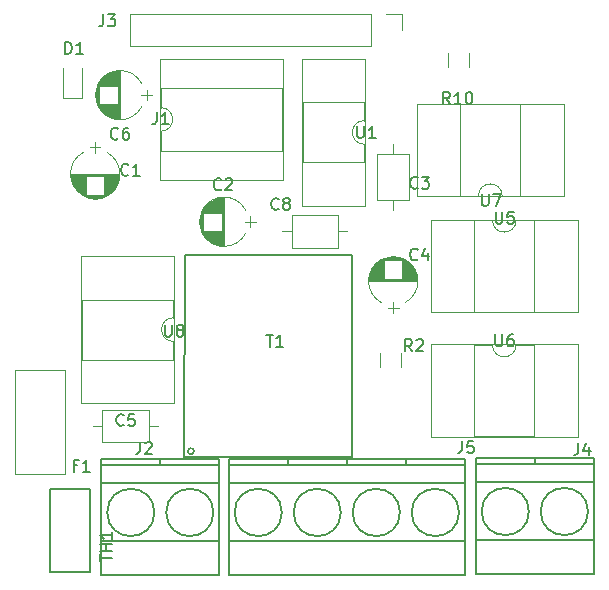
<source format=gto>
G04 #@! TF.GenerationSoftware,KiCad,Pcbnew,5.1.6-c6e7f7d~87~ubuntu18.04.1*
G04 #@! TF.CreationDate,2020-10-13T20:33:34+05:30*
G04 #@! TF.ProjectId,BackEnd_4S_v1,4261636b-456e-4645-9f34-535f76312e6b,rev?*
G04 #@! TF.SameCoordinates,Original*
G04 #@! TF.FileFunction,Legend,Top*
G04 #@! TF.FilePolarity,Positive*
%FSLAX46Y46*%
G04 Gerber Fmt 4.6, Leading zero omitted, Abs format (unit mm)*
G04 Created by KiCad (PCBNEW 5.1.6-c6e7f7d~87~ubuntu18.04.1) date 2020-10-13 20:33:34*
%MOMM*%
%LPD*%
G01*
G04 APERTURE LIST*
%ADD10C,0.120000*%
%ADD11C,0.150000*%
%ADD12C,0.200000*%
G04 APERTURE END LIST*
D10*
X174610000Y-54089000D02*
X173710000Y-54089000D01*
X174160000Y-53639000D02*
X174160000Y-54539000D01*
X174325000Y-58420000D02*
X173995000Y-58420000D01*
X174575000Y-58380000D02*
X173745000Y-58380000D01*
X174727000Y-58340000D02*
X173593000Y-58340000D01*
X174846000Y-58300000D02*
X173474000Y-58300000D01*
X174946000Y-58260000D02*
X173374000Y-58260000D01*
X175034000Y-58220000D02*
X173286000Y-58220000D01*
X175112000Y-58180000D02*
X173208000Y-58180000D01*
X175183000Y-58140000D02*
X173137000Y-58140000D01*
X173380000Y-58100000D02*
X173072000Y-58100000D01*
X175248000Y-58100000D02*
X174940000Y-58100000D01*
X173380000Y-58060000D02*
X173012000Y-58060000D01*
X175308000Y-58060000D02*
X174940000Y-58060000D01*
X173380000Y-58020000D02*
X172956000Y-58020000D01*
X175364000Y-58020000D02*
X174940000Y-58020000D01*
X173380000Y-57980000D02*
X172904000Y-57980000D01*
X175416000Y-57980000D02*
X174940000Y-57980000D01*
X173380000Y-57940000D02*
X172855000Y-57940000D01*
X175465000Y-57940000D02*
X174940000Y-57940000D01*
X173380000Y-57900000D02*
X172809000Y-57900000D01*
X175511000Y-57900000D02*
X174940000Y-57900000D01*
X173380000Y-57860000D02*
X172765000Y-57860000D01*
X175555000Y-57860000D02*
X174940000Y-57860000D01*
X173380000Y-57820000D02*
X172724000Y-57820000D01*
X175596000Y-57820000D02*
X174940000Y-57820000D01*
X173380000Y-57780000D02*
X172685000Y-57780000D01*
X175635000Y-57780000D02*
X174940000Y-57780000D01*
X173380000Y-57740000D02*
X172648000Y-57740000D01*
X175672000Y-57740000D02*
X174940000Y-57740000D01*
X173380000Y-57700000D02*
X172613000Y-57700000D01*
X175707000Y-57700000D02*
X174940000Y-57700000D01*
X173380000Y-57660000D02*
X172579000Y-57660000D01*
X175741000Y-57660000D02*
X174940000Y-57660000D01*
X173380000Y-57620000D02*
X172547000Y-57620000D01*
X175773000Y-57620000D02*
X174940000Y-57620000D01*
X173380000Y-57580000D02*
X172517000Y-57580000D01*
X175803000Y-57580000D02*
X174940000Y-57580000D01*
X173380000Y-57540000D02*
X172488000Y-57540000D01*
X175832000Y-57540000D02*
X174940000Y-57540000D01*
X173380000Y-57500000D02*
X172461000Y-57500000D01*
X175859000Y-57500000D02*
X174940000Y-57500000D01*
X173380000Y-57460000D02*
X172435000Y-57460000D01*
X175885000Y-57460000D02*
X174940000Y-57460000D01*
X173380000Y-57420000D02*
X172410000Y-57420000D01*
X175910000Y-57420000D02*
X174940000Y-57420000D01*
X173380000Y-57380000D02*
X172387000Y-57380000D01*
X175933000Y-57380000D02*
X174940000Y-57380000D01*
X173380000Y-57340000D02*
X172364000Y-57340000D01*
X175956000Y-57340000D02*
X174940000Y-57340000D01*
X173380000Y-57300000D02*
X172343000Y-57300000D01*
X175977000Y-57300000D02*
X174940000Y-57300000D01*
X173380000Y-57260000D02*
X172323000Y-57260000D01*
X175997000Y-57260000D02*
X174940000Y-57260000D01*
X173380000Y-57220000D02*
X172304000Y-57220000D01*
X176016000Y-57220000D02*
X174940000Y-57220000D01*
X173380000Y-57180000D02*
X172286000Y-57180000D01*
X176034000Y-57180000D02*
X174940000Y-57180000D01*
X173380000Y-57140000D02*
X172269000Y-57140000D01*
X176051000Y-57140000D02*
X174940000Y-57140000D01*
X173380000Y-57100000D02*
X172253000Y-57100000D01*
X176067000Y-57100000D02*
X174940000Y-57100000D01*
X173380000Y-57060000D02*
X172237000Y-57060000D01*
X176083000Y-57060000D02*
X174940000Y-57060000D01*
X173380000Y-57019000D02*
X172223000Y-57019000D01*
X176097000Y-57019000D02*
X174940000Y-57019000D01*
X173380000Y-56979000D02*
X172210000Y-56979000D01*
X176110000Y-56979000D02*
X174940000Y-56979000D01*
X173380000Y-56939000D02*
X172197000Y-56939000D01*
X176123000Y-56939000D02*
X174940000Y-56939000D01*
X173380000Y-56899000D02*
X172186000Y-56899000D01*
X176134000Y-56899000D02*
X174940000Y-56899000D01*
X173380000Y-56859000D02*
X172175000Y-56859000D01*
X176145000Y-56859000D02*
X174940000Y-56859000D01*
X173380000Y-56819000D02*
X172165000Y-56819000D01*
X176155000Y-56819000D02*
X174940000Y-56819000D01*
X173380000Y-56779000D02*
X172156000Y-56779000D01*
X176164000Y-56779000D02*
X174940000Y-56779000D01*
X173380000Y-56739000D02*
X172148000Y-56739000D01*
X176172000Y-56739000D02*
X174940000Y-56739000D01*
X173380000Y-56699000D02*
X172141000Y-56699000D01*
X176179000Y-56699000D02*
X174940000Y-56699000D01*
X173380000Y-56659000D02*
X172134000Y-56659000D01*
X176186000Y-56659000D02*
X174940000Y-56659000D01*
X173380000Y-56619000D02*
X172128000Y-56619000D01*
X176192000Y-56619000D02*
X174940000Y-56619000D01*
X173380000Y-56579000D02*
X172123000Y-56579000D01*
X176197000Y-56579000D02*
X174940000Y-56579000D01*
X176201000Y-56539000D02*
X172119000Y-56539000D01*
X176204000Y-56499000D02*
X172116000Y-56499000D01*
X176207000Y-56459000D02*
X172113000Y-56459000D01*
X176209000Y-56419000D02*
X172111000Y-56419000D01*
X176210000Y-56379000D02*
X172110000Y-56379000D01*
X176210000Y-56339000D02*
X172110000Y-56339000D01*
X175139170Y-58185436D02*
G75*
G03*
X175140000Y-54493004I-979170J1846436D01*
G01*
X173180830Y-58185436D02*
G75*
G02*
X173180000Y-54493004I979170J1846436D01*
G01*
X173180830Y-58185436D02*
G75*
G03*
X175140000Y-58184996I979170J1846436D01*
G01*
X197000000Y-59049200D02*
X197000000Y-46579200D01*
X191680000Y-59049200D02*
X197000000Y-59049200D01*
X191680000Y-46579200D02*
X191680000Y-59049200D01*
X197000000Y-46579200D02*
X191680000Y-46579200D01*
X196940000Y-55349200D02*
X196940000Y-53814200D01*
X191740000Y-55349200D02*
X196940000Y-55349200D01*
X191740000Y-50279200D02*
X191740000Y-55349200D01*
X196940000Y-50279200D02*
X191740000Y-50279200D01*
X196940000Y-51814200D02*
X196940000Y-50279200D01*
X196940000Y-53814200D02*
G75*
G02*
X196940000Y-51814200I0J1000000D01*
G01*
X178514000Y-50112100D02*
X178514000Y-49212100D01*
X178964000Y-49662100D02*
X178064000Y-49662100D01*
X174183000Y-49827100D02*
X174183000Y-49497100D01*
X174223000Y-50077100D02*
X174223000Y-49247100D01*
X174263000Y-50229100D02*
X174263000Y-49095100D01*
X174303000Y-50348100D02*
X174303000Y-48976100D01*
X174343000Y-50448100D02*
X174343000Y-48876100D01*
X174383000Y-50536100D02*
X174383000Y-48788100D01*
X174423000Y-50614100D02*
X174423000Y-48710100D01*
X174463000Y-50685100D02*
X174463000Y-48639100D01*
X174503000Y-48882100D02*
X174503000Y-48574100D01*
X174503000Y-50750100D02*
X174503000Y-50442100D01*
X174543000Y-48882100D02*
X174543000Y-48514100D01*
X174543000Y-50810100D02*
X174543000Y-50442100D01*
X174583000Y-48882100D02*
X174583000Y-48458100D01*
X174583000Y-50866100D02*
X174583000Y-50442100D01*
X174623000Y-48882100D02*
X174623000Y-48406100D01*
X174623000Y-50918100D02*
X174623000Y-50442100D01*
X174663000Y-48882100D02*
X174663000Y-48357100D01*
X174663000Y-50967100D02*
X174663000Y-50442100D01*
X174703000Y-48882100D02*
X174703000Y-48311100D01*
X174703000Y-51013100D02*
X174703000Y-50442100D01*
X174743000Y-48882100D02*
X174743000Y-48267100D01*
X174743000Y-51057100D02*
X174743000Y-50442100D01*
X174783000Y-48882100D02*
X174783000Y-48226100D01*
X174783000Y-51098100D02*
X174783000Y-50442100D01*
X174823000Y-48882100D02*
X174823000Y-48187100D01*
X174823000Y-51137100D02*
X174823000Y-50442100D01*
X174863000Y-48882100D02*
X174863000Y-48150100D01*
X174863000Y-51174100D02*
X174863000Y-50442100D01*
X174903000Y-48882100D02*
X174903000Y-48115100D01*
X174903000Y-51209100D02*
X174903000Y-50442100D01*
X174943000Y-48882100D02*
X174943000Y-48081100D01*
X174943000Y-51243100D02*
X174943000Y-50442100D01*
X174983000Y-48882100D02*
X174983000Y-48049100D01*
X174983000Y-51275100D02*
X174983000Y-50442100D01*
X175023000Y-48882100D02*
X175023000Y-48019100D01*
X175023000Y-51305100D02*
X175023000Y-50442100D01*
X175063000Y-48882100D02*
X175063000Y-47990100D01*
X175063000Y-51334100D02*
X175063000Y-50442100D01*
X175103000Y-48882100D02*
X175103000Y-47963100D01*
X175103000Y-51361100D02*
X175103000Y-50442100D01*
X175143000Y-48882100D02*
X175143000Y-47937100D01*
X175143000Y-51387100D02*
X175143000Y-50442100D01*
X175183000Y-48882100D02*
X175183000Y-47912100D01*
X175183000Y-51412100D02*
X175183000Y-50442100D01*
X175223000Y-48882100D02*
X175223000Y-47889100D01*
X175223000Y-51435100D02*
X175223000Y-50442100D01*
X175263000Y-48882100D02*
X175263000Y-47866100D01*
X175263000Y-51458100D02*
X175263000Y-50442100D01*
X175303000Y-48882100D02*
X175303000Y-47845100D01*
X175303000Y-51479100D02*
X175303000Y-50442100D01*
X175343000Y-48882100D02*
X175343000Y-47825100D01*
X175343000Y-51499100D02*
X175343000Y-50442100D01*
X175383000Y-48882100D02*
X175383000Y-47806100D01*
X175383000Y-51518100D02*
X175383000Y-50442100D01*
X175423000Y-48882100D02*
X175423000Y-47788100D01*
X175423000Y-51536100D02*
X175423000Y-50442100D01*
X175463000Y-48882100D02*
X175463000Y-47771100D01*
X175463000Y-51553100D02*
X175463000Y-50442100D01*
X175503000Y-48882100D02*
X175503000Y-47755100D01*
X175503000Y-51569100D02*
X175503000Y-50442100D01*
X175543000Y-48882100D02*
X175543000Y-47739100D01*
X175543000Y-51585100D02*
X175543000Y-50442100D01*
X175584000Y-48882100D02*
X175584000Y-47725100D01*
X175584000Y-51599100D02*
X175584000Y-50442100D01*
X175624000Y-48882100D02*
X175624000Y-47712100D01*
X175624000Y-51612100D02*
X175624000Y-50442100D01*
X175664000Y-48882100D02*
X175664000Y-47699100D01*
X175664000Y-51625100D02*
X175664000Y-50442100D01*
X175704000Y-48882100D02*
X175704000Y-47688100D01*
X175704000Y-51636100D02*
X175704000Y-50442100D01*
X175744000Y-48882100D02*
X175744000Y-47677100D01*
X175744000Y-51647100D02*
X175744000Y-50442100D01*
X175784000Y-48882100D02*
X175784000Y-47667100D01*
X175784000Y-51657100D02*
X175784000Y-50442100D01*
X175824000Y-48882100D02*
X175824000Y-47658100D01*
X175824000Y-51666100D02*
X175824000Y-50442100D01*
X175864000Y-48882100D02*
X175864000Y-47650100D01*
X175864000Y-51674100D02*
X175864000Y-50442100D01*
X175904000Y-48882100D02*
X175904000Y-47643100D01*
X175904000Y-51681100D02*
X175904000Y-50442100D01*
X175944000Y-48882100D02*
X175944000Y-47636100D01*
X175944000Y-51688100D02*
X175944000Y-50442100D01*
X175984000Y-48882100D02*
X175984000Y-47630100D01*
X175984000Y-51694100D02*
X175984000Y-50442100D01*
X176024000Y-48882100D02*
X176024000Y-47625100D01*
X176024000Y-51699100D02*
X176024000Y-50442100D01*
X176064000Y-51703100D02*
X176064000Y-47621100D01*
X176104000Y-51706100D02*
X176104000Y-47618100D01*
X176144000Y-51709100D02*
X176144000Y-47615100D01*
X176184000Y-51711100D02*
X176184000Y-47613100D01*
X176224000Y-51712100D02*
X176224000Y-47612100D01*
X176264000Y-51712100D02*
X176264000Y-47612100D01*
X174417564Y-50641270D02*
G75*
G03*
X178109996Y-50642100I1846436J979170D01*
G01*
X174417564Y-48682930D02*
G75*
G02*
X178109996Y-48682100I1846436J-979170D01*
G01*
X174417564Y-48682930D02*
G75*
G03*
X174418004Y-50642100I1846436J-979170D01*
G01*
X198950000Y-67650700D02*
X199850000Y-67650700D01*
X199400000Y-68100700D02*
X199400000Y-67200700D01*
X199235000Y-63319700D02*
X199565000Y-63319700D01*
X198985000Y-63359700D02*
X199815000Y-63359700D01*
X198833000Y-63399700D02*
X199967000Y-63399700D01*
X198714000Y-63439700D02*
X200086000Y-63439700D01*
X198614000Y-63479700D02*
X200186000Y-63479700D01*
X198526000Y-63519700D02*
X200274000Y-63519700D01*
X198448000Y-63559700D02*
X200352000Y-63559700D01*
X198377000Y-63599700D02*
X200423000Y-63599700D01*
X200180000Y-63639700D02*
X200488000Y-63639700D01*
X198312000Y-63639700D02*
X198620000Y-63639700D01*
X200180000Y-63679700D02*
X200548000Y-63679700D01*
X198252000Y-63679700D02*
X198620000Y-63679700D01*
X200180000Y-63719700D02*
X200604000Y-63719700D01*
X198196000Y-63719700D02*
X198620000Y-63719700D01*
X200180000Y-63759700D02*
X200656000Y-63759700D01*
X198144000Y-63759700D02*
X198620000Y-63759700D01*
X200180000Y-63799700D02*
X200705000Y-63799700D01*
X198095000Y-63799700D02*
X198620000Y-63799700D01*
X200180000Y-63839700D02*
X200751000Y-63839700D01*
X198049000Y-63839700D02*
X198620000Y-63839700D01*
X200180000Y-63879700D02*
X200795000Y-63879700D01*
X198005000Y-63879700D02*
X198620000Y-63879700D01*
X200180000Y-63919700D02*
X200836000Y-63919700D01*
X197964000Y-63919700D02*
X198620000Y-63919700D01*
X200180000Y-63959700D02*
X200875000Y-63959700D01*
X197925000Y-63959700D02*
X198620000Y-63959700D01*
X200180000Y-63999700D02*
X200912000Y-63999700D01*
X197888000Y-63999700D02*
X198620000Y-63999700D01*
X200180000Y-64039700D02*
X200947000Y-64039700D01*
X197853000Y-64039700D02*
X198620000Y-64039700D01*
X200180000Y-64079700D02*
X200981000Y-64079700D01*
X197819000Y-64079700D02*
X198620000Y-64079700D01*
X200180000Y-64119700D02*
X201013000Y-64119700D01*
X197787000Y-64119700D02*
X198620000Y-64119700D01*
X200180000Y-64159700D02*
X201043000Y-64159700D01*
X197757000Y-64159700D02*
X198620000Y-64159700D01*
X200180000Y-64199700D02*
X201072000Y-64199700D01*
X197728000Y-64199700D02*
X198620000Y-64199700D01*
X200180000Y-64239700D02*
X201099000Y-64239700D01*
X197701000Y-64239700D02*
X198620000Y-64239700D01*
X200180000Y-64279700D02*
X201125000Y-64279700D01*
X197675000Y-64279700D02*
X198620000Y-64279700D01*
X200180000Y-64319700D02*
X201150000Y-64319700D01*
X197650000Y-64319700D02*
X198620000Y-64319700D01*
X200180000Y-64359700D02*
X201173000Y-64359700D01*
X197627000Y-64359700D02*
X198620000Y-64359700D01*
X200180000Y-64399700D02*
X201196000Y-64399700D01*
X197604000Y-64399700D02*
X198620000Y-64399700D01*
X200180000Y-64439700D02*
X201217000Y-64439700D01*
X197583000Y-64439700D02*
X198620000Y-64439700D01*
X200180000Y-64479700D02*
X201237000Y-64479700D01*
X197563000Y-64479700D02*
X198620000Y-64479700D01*
X200180000Y-64519700D02*
X201256000Y-64519700D01*
X197544000Y-64519700D02*
X198620000Y-64519700D01*
X200180000Y-64559700D02*
X201274000Y-64559700D01*
X197526000Y-64559700D02*
X198620000Y-64559700D01*
X200180000Y-64599700D02*
X201291000Y-64599700D01*
X197509000Y-64599700D02*
X198620000Y-64599700D01*
X200180000Y-64639700D02*
X201307000Y-64639700D01*
X197493000Y-64639700D02*
X198620000Y-64639700D01*
X200180000Y-64679700D02*
X201323000Y-64679700D01*
X197477000Y-64679700D02*
X198620000Y-64679700D01*
X200180000Y-64720700D02*
X201337000Y-64720700D01*
X197463000Y-64720700D02*
X198620000Y-64720700D01*
X200180000Y-64760700D02*
X201350000Y-64760700D01*
X197450000Y-64760700D02*
X198620000Y-64760700D01*
X200180000Y-64800700D02*
X201363000Y-64800700D01*
X197437000Y-64800700D02*
X198620000Y-64800700D01*
X200180000Y-64840700D02*
X201374000Y-64840700D01*
X197426000Y-64840700D02*
X198620000Y-64840700D01*
X200180000Y-64880700D02*
X201385000Y-64880700D01*
X197415000Y-64880700D02*
X198620000Y-64880700D01*
X200180000Y-64920700D02*
X201395000Y-64920700D01*
X197405000Y-64920700D02*
X198620000Y-64920700D01*
X200180000Y-64960700D02*
X201404000Y-64960700D01*
X197396000Y-64960700D02*
X198620000Y-64960700D01*
X200180000Y-65000700D02*
X201412000Y-65000700D01*
X197388000Y-65000700D02*
X198620000Y-65000700D01*
X200180000Y-65040700D02*
X201419000Y-65040700D01*
X197381000Y-65040700D02*
X198620000Y-65040700D01*
X200180000Y-65080700D02*
X201426000Y-65080700D01*
X197374000Y-65080700D02*
X198620000Y-65080700D01*
X200180000Y-65120700D02*
X201432000Y-65120700D01*
X197368000Y-65120700D02*
X198620000Y-65120700D01*
X200180000Y-65160700D02*
X201437000Y-65160700D01*
X197363000Y-65160700D02*
X198620000Y-65160700D01*
X197359000Y-65200700D02*
X201441000Y-65200700D01*
X197356000Y-65240700D02*
X201444000Y-65240700D01*
X197353000Y-65280700D02*
X201447000Y-65280700D01*
X197351000Y-65320700D02*
X201449000Y-65320700D01*
X197350000Y-65360700D02*
X201450000Y-65360700D01*
X197350000Y-65400700D02*
X201450000Y-65400700D01*
X198420830Y-63554264D02*
G75*
G03*
X198420000Y-67246696I979170J-1846436D01*
G01*
X200379170Y-63554264D02*
G75*
G02*
X200380000Y-67246696I-979170J-1846436D01*
G01*
X200379170Y-63554264D02*
G75*
G03*
X198420000Y-63554704I-979170J-1846436D01*
G01*
X187313000Y-60833400D02*
X187313000Y-59933400D01*
X187763000Y-60383400D02*
X186863000Y-60383400D01*
X182982000Y-60548400D02*
X182982000Y-60218400D01*
X183022000Y-60798400D02*
X183022000Y-59968400D01*
X183062000Y-60950400D02*
X183062000Y-59816400D01*
X183102000Y-61069400D02*
X183102000Y-59697400D01*
X183142000Y-61169400D02*
X183142000Y-59597400D01*
X183182000Y-61257400D02*
X183182000Y-59509400D01*
X183222000Y-61335400D02*
X183222000Y-59431400D01*
X183262000Y-61406400D02*
X183262000Y-59360400D01*
X183302000Y-59603400D02*
X183302000Y-59295400D01*
X183302000Y-61471400D02*
X183302000Y-61163400D01*
X183342000Y-59603400D02*
X183342000Y-59235400D01*
X183342000Y-61531400D02*
X183342000Y-61163400D01*
X183382000Y-59603400D02*
X183382000Y-59179400D01*
X183382000Y-61587400D02*
X183382000Y-61163400D01*
X183422000Y-59603400D02*
X183422000Y-59127400D01*
X183422000Y-61639400D02*
X183422000Y-61163400D01*
X183462000Y-59603400D02*
X183462000Y-59078400D01*
X183462000Y-61688400D02*
X183462000Y-61163400D01*
X183502000Y-59603400D02*
X183502000Y-59032400D01*
X183502000Y-61734400D02*
X183502000Y-61163400D01*
X183542000Y-59603400D02*
X183542000Y-58988400D01*
X183542000Y-61778400D02*
X183542000Y-61163400D01*
X183582000Y-59603400D02*
X183582000Y-58947400D01*
X183582000Y-61819400D02*
X183582000Y-61163400D01*
X183622000Y-59603400D02*
X183622000Y-58908400D01*
X183622000Y-61858400D02*
X183622000Y-61163400D01*
X183662000Y-59603400D02*
X183662000Y-58871400D01*
X183662000Y-61895400D02*
X183662000Y-61163400D01*
X183702000Y-59603400D02*
X183702000Y-58836400D01*
X183702000Y-61930400D02*
X183702000Y-61163400D01*
X183742000Y-59603400D02*
X183742000Y-58802400D01*
X183742000Y-61964400D02*
X183742000Y-61163400D01*
X183782000Y-59603400D02*
X183782000Y-58770400D01*
X183782000Y-61996400D02*
X183782000Y-61163400D01*
X183822000Y-59603400D02*
X183822000Y-58740400D01*
X183822000Y-62026400D02*
X183822000Y-61163400D01*
X183862000Y-59603400D02*
X183862000Y-58711400D01*
X183862000Y-62055400D02*
X183862000Y-61163400D01*
X183902000Y-59603400D02*
X183902000Y-58684400D01*
X183902000Y-62082400D02*
X183902000Y-61163400D01*
X183942000Y-59603400D02*
X183942000Y-58658400D01*
X183942000Y-62108400D02*
X183942000Y-61163400D01*
X183982000Y-59603400D02*
X183982000Y-58633400D01*
X183982000Y-62133400D02*
X183982000Y-61163400D01*
X184022000Y-59603400D02*
X184022000Y-58610400D01*
X184022000Y-62156400D02*
X184022000Y-61163400D01*
X184062000Y-59603400D02*
X184062000Y-58587400D01*
X184062000Y-62179400D02*
X184062000Y-61163400D01*
X184102000Y-59603400D02*
X184102000Y-58566400D01*
X184102000Y-62200400D02*
X184102000Y-61163400D01*
X184142000Y-59603400D02*
X184142000Y-58546400D01*
X184142000Y-62220400D02*
X184142000Y-61163400D01*
X184182000Y-59603400D02*
X184182000Y-58527400D01*
X184182000Y-62239400D02*
X184182000Y-61163400D01*
X184222000Y-59603400D02*
X184222000Y-58509400D01*
X184222000Y-62257400D02*
X184222000Y-61163400D01*
X184262000Y-59603400D02*
X184262000Y-58492400D01*
X184262000Y-62274400D02*
X184262000Y-61163400D01*
X184302000Y-59603400D02*
X184302000Y-58476400D01*
X184302000Y-62290400D02*
X184302000Y-61163400D01*
X184342000Y-59603400D02*
X184342000Y-58460400D01*
X184342000Y-62306400D02*
X184342000Y-61163400D01*
X184383000Y-59603400D02*
X184383000Y-58446400D01*
X184383000Y-62320400D02*
X184383000Y-61163400D01*
X184423000Y-59603400D02*
X184423000Y-58433400D01*
X184423000Y-62333400D02*
X184423000Y-61163400D01*
X184463000Y-59603400D02*
X184463000Y-58420400D01*
X184463000Y-62346400D02*
X184463000Y-61163400D01*
X184503000Y-59603400D02*
X184503000Y-58409400D01*
X184503000Y-62357400D02*
X184503000Y-61163400D01*
X184543000Y-59603400D02*
X184543000Y-58398400D01*
X184543000Y-62368400D02*
X184543000Y-61163400D01*
X184583000Y-59603400D02*
X184583000Y-58388400D01*
X184583000Y-62378400D02*
X184583000Y-61163400D01*
X184623000Y-59603400D02*
X184623000Y-58379400D01*
X184623000Y-62387400D02*
X184623000Y-61163400D01*
X184663000Y-59603400D02*
X184663000Y-58371400D01*
X184663000Y-62395400D02*
X184663000Y-61163400D01*
X184703000Y-59603400D02*
X184703000Y-58364400D01*
X184703000Y-62402400D02*
X184703000Y-61163400D01*
X184743000Y-59603400D02*
X184743000Y-58357400D01*
X184743000Y-62409400D02*
X184743000Y-61163400D01*
X184783000Y-59603400D02*
X184783000Y-58351400D01*
X184783000Y-62415400D02*
X184783000Y-61163400D01*
X184823000Y-59603400D02*
X184823000Y-58346400D01*
X184823000Y-62420400D02*
X184823000Y-61163400D01*
X184863000Y-62424400D02*
X184863000Y-58342400D01*
X184903000Y-62427400D02*
X184903000Y-58339400D01*
X184943000Y-62430400D02*
X184943000Y-58336400D01*
X184983000Y-62432400D02*
X184983000Y-58334400D01*
X185023000Y-62433400D02*
X185023000Y-58333400D01*
X185063000Y-62433400D02*
X185063000Y-58333400D01*
X183216564Y-61362570D02*
G75*
G03*
X186908996Y-61363400I1846436J979170D01*
G01*
X183216564Y-59404230D02*
G75*
G02*
X186908996Y-59403400I1846436J-979170D01*
G01*
X183216564Y-59404230D02*
G75*
G03*
X183217004Y-61363400I1846436J-979170D01*
G01*
X179659000Y-46574400D02*
X179659000Y-56854400D01*
X190059000Y-46574400D02*
X179659000Y-46574400D01*
X190059000Y-56854400D02*
X190059000Y-46574400D01*
X179659000Y-56854400D02*
X190059000Y-56854400D01*
X179719000Y-49064400D02*
X179719000Y-50714400D01*
X189999000Y-49064400D02*
X179719000Y-49064400D01*
X189999000Y-54364400D02*
X189999000Y-49064400D01*
X179719000Y-54364400D02*
X189999000Y-54364400D01*
X179719000Y-52714400D02*
X179719000Y-54364400D01*
X179719000Y-50714400D02*
G75*
G02*
X179719000Y-52714400I0J-1000000D01*
G01*
X171635000Y-72973000D02*
X171635000Y-81713000D01*
X171635000Y-72973000D02*
X167395000Y-72973000D01*
X167395000Y-81713000D02*
X171635000Y-81713000D01*
X167395000Y-81713000D02*
X167395000Y-72973000D01*
X180850000Y-75747200D02*
X180850000Y-63277200D01*
X172990000Y-75747200D02*
X180850000Y-75747200D01*
X172990000Y-63277200D02*
X172990000Y-75747200D01*
X180850000Y-63277200D02*
X172990000Y-63277200D01*
X180790000Y-72047200D02*
X180790000Y-70512200D01*
X173050000Y-72047200D02*
X180790000Y-72047200D01*
X173050000Y-66977200D02*
X173050000Y-72047200D01*
X180790000Y-66977200D02*
X173050000Y-66977200D01*
X180790000Y-68512200D02*
X180790000Y-66977200D01*
X180790000Y-70512200D02*
G75*
G02*
X180790000Y-68512200I0J1000000D01*
G01*
X201380000Y-58242800D02*
X213850000Y-58242800D01*
X201380000Y-50382800D02*
X201380000Y-58242800D01*
X213850000Y-50382800D02*
X201380000Y-50382800D01*
X213850000Y-58242800D02*
X213850000Y-50382800D01*
X205080000Y-58182800D02*
X206615000Y-58182800D01*
X205080000Y-50442800D02*
X205080000Y-58182800D01*
X210150000Y-50442800D02*
X205080000Y-50442800D01*
X210150000Y-58182800D02*
X210150000Y-50442800D01*
X208615000Y-58182800D02*
X210150000Y-58182800D01*
X206615000Y-58182800D02*
G75*
G02*
X208615000Y-58182800I1000000J0D01*
G01*
X215033000Y-70753600D02*
X202563000Y-70753600D01*
X215033000Y-78613600D02*
X215033000Y-70753600D01*
X202563000Y-78613600D02*
X215033000Y-78613600D01*
X202563000Y-70753600D02*
X202563000Y-78613600D01*
X211333000Y-70813600D02*
X209798000Y-70813600D01*
X211333000Y-78553600D02*
X211333000Y-70813600D01*
X206263000Y-78553600D02*
X211333000Y-78553600D01*
X206263000Y-70813600D02*
X206263000Y-78553600D01*
X207798000Y-70813600D02*
X206263000Y-70813600D01*
X209798000Y-70813600D02*
G75*
G02*
X207798000Y-70813600I-1000000J0D01*
G01*
X215033000Y-60199900D02*
X202563000Y-60199900D01*
X215033000Y-68059900D02*
X215033000Y-60199900D01*
X202563000Y-68059900D02*
X215033000Y-68059900D01*
X202563000Y-60199900D02*
X202563000Y-68059900D01*
X211333000Y-60259900D02*
X209798000Y-60259900D01*
X211333000Y-67999900D02*
X211333000Y-60259900D01*
X206263000Y-67999900D02*
X211333000Y-67999900D01*
X206263000Y-60259900D02*
X206263000Y-67999900D01*
X207798000Y-60259900D02*
X206263000Y-60259900D01*
X209798000Y-60259900D02*
G75*
G02*
X207798000Y-60259900I-1000000J0D01*
G01*
X200110000Y-42815200D02*
X200110000Y-44145200D01*
X198780000Y-42815200D02*
X200110000Y-42815200D01*
X197510000Y-42815200D02*
X197510000Y-45475200D01*
X197510000Y-45475200D02*
X177130000Y-45475200D01*
X197510000Y-42815200D02*
X177130000Y-42815200D01*
X177130000Y-42815200D02*
X177130000Y-45475200D01*
X199410000Y-59377400D02*
X199410000Y-58567400D01*
X199410000Y-53837400D02*
X199410000Y-54647400D01*
X200770000Y-58567400D02*
X200770000Y-54647400D01*
X198050000Y-58567400D02*
X200770000Y-58567400D01*
X198050000Y-54647400D02*
X198050000Y-58567400D01*
X200770000Y-54647400D02*
X198050000Y-54647400D01*
X174769000Y-76323400D02*
X174769000Y-79043400D01*
X174769000Y-79043400D02*
X178689000Y-79043400D01*
X178689000Y-79043400D02*
X178689000Y-76323400D01*
X178689000Y-76323400D02*
X174769000Y-76323400D01*
X173959000Y-77683400D02*
X174769000Y-77683400D01*
X179499000Y-77683400D02*
X178689000Y-77683400D01*
X194707000Y-62566400D02*
X194707000Y-59846400D01*
X194707000Y-59846400D02*
X190787000Y-59846400D01*
X190787000Y-59846400D02*
X190787000Y-62566400D01*
X190787000Y-62566400D02*
X194707000Y-62566400D01*
X195517000Y-61206400D02*
X194707000Y-61206400D01*
X189977000Y-61206400D02*
X190787000Y-61206400D01*
X171481000Y-49933700D02*
X171481000Y-47333700D01*
X173081000Y-49933700D02*
X173081000Y-47333700D01*
X171481000Y-49933700D02*
X173081000Y-49933700D01*
D11*
X179679000Y-80995100D02*
X179679000Y-80495100D01*
X184679000Y-82495100D02*
X174679000Y-82495100D01*
X184679000Y-87395100D02*
X174679000Y-87395100D01*
X184679000Y-80995100D02*
X174679000Y-80995100D01*
X184679000Y-80495100D02*
X174679000Y-80495100D01*
X174679000Y-80495100D02*
X174679000Y-90295100D01*
X174679000Y-90295100D02*
X184679000Y-90295100D01*
X184679000Y-90295100D02*
X184679000Y-80495100D01*
X179179000Y-84995100D02*
G75*
G03*
X179179000Y-84995100I-2000000J0D01*
G01*
X184179000Y-84995100D02*
G75*
G03*
X184179000Y-84995100I-2000000J0D01*
G01*
X215886000Y-84913800D02*
G75*
G03*
X215886000Y-84913800I-2000000J0D01*
G01*
X210886000Y-84913800D02*
G75*
G03*
X210886000Y-84913800I-2000000J0D01*
G01*
X216386000Y-90213800D02*
X216386000Y-80413800D01*
X206386000Y-90213800D02*
X216386000Y-90213800D01*
X206386000Y-80413800D02*
X206386000Y-90213800D01*
X216386000Y-80413800D02*
X206386000Y-80413800D01*
X216386000Y-80913800D02*
X206386000Y-80913800D01*
X216386000Y-87313800D02*
X206386000Y-87313800D01*
X216386000Y-82413800D02*
X206386000Y-82413800D01*
X211386000Y-80913800D02*
X211386000Y-80413800D01*
X190464000Y-80995100D02*
X190464000Y-80495100D01*
X195464000Y-80995100D02*
X195464000Y-80495100D01*
X200464000Y-80995100D02*
X200464000Y-80495100D01*
X205464000Y-82495100D02*
X185464000Y-82495100D01*
X205464000Y-87395100D02*
X185464000Y-87395100D01*
X205464000Y-80995100D02*
X185464000Y-80995100D01*
X205464000Y-80495100D02*
X185464000Y-80495100D01*
X185464000Y-80495100D02*
X185464000Y-90295100D01*
X185464000Y-90295100D02*
X205464000Y-90295100D01*
X205464000Y-90295100D02*
X205464000Y-80495100D01*
X189964000Y-84995100D02*
G75*
G03*
X189964000Y-84995100I-2000000J0D01*
G01*
X194964000Y-84995100D02*
G75*
G03*
X194964000Y-84995100I-2000000J0D01*
G01*
X199964000Y-84995100D02*
G75*
G03*
X199964000Y-84995100I-2000000J0D01*
G01*
X204964000Y-84995100D02*
G75*
G03*
X204964000Y-84995100I-2000000J0D01*
G01*
D10*
X200059000Y-71497900D02*
X200059000Y-72697900D01*
X198299000Y-72697900D02*
X198299000Y-71497900D01*
X204019000Y-47297900D02*
X204019000Y-46097900D01*
X205779000Y-46097900D02*
X205779000Y-47297900D01*
D12*
X182518000Y-79811700D02*
G75*
G03*
X182518000Y-79811700I-250000J0D01*
G01*
D11*
X181718000Y-80291700D02*
X181708000Y-80291700D01*
X181708000Y-80291700D02*
X181718000Y-80291700D01*
X181718000Y-80291700D02*
X181708000Y-80291700D01*
X181728000Y-63171700D02*
X181718000Y-80291700D01*
X195908000Y-63181700D02*
X181728000Y-63171700D01*
X195898000Y-80321700D02*
X195908000Y-63181700D01*
X181718000Y-80331700D02*
X195898000Y-80321700D01*
X170362000Y-83051100D02*
X170362000Y-90051100D01*
X173762000Y-83051100D02*
X173762000Y-90051100D01*
X173762000Y-90051100D02*
X170362000Y-90051100D01*
X173762000Y-83051100D02*
X170362000Y-83051100D01*
X176965133Y-56384482D02*
X176917514Y-56432101D01*
X176774657Y-56479720D01*
X176679419Y-56479720D01*
X176536561Y-56432101D01*
X176441323Y-56336863D01*
X176393704Y-56241625D01*
X176346085Y-56051149D01*
X176346085Y-55908292D01*
X176393704Y-55717816D01*
X176441323Y-55622578D01*
X176536561Y-55527340D01*
X176679419Y-55479720D01*
X176774657Y-55479720D01*
X176917514Y-55527340D01*
X176965133Y-55574959D01*
X177917514Y-56479720D02*
X177346085Y-56479720D01*
X177631800Y-56479720D02*
X177631800Y-55479720D01*
X177536561Y-55622578D01*
X177441323Y-55717816D01*
X177346085Y-55765435D01*
X196331455Y-52297060D02*
X196331455Y-53106584D01*
X196379074Y-53201822D01*
X196426693Y-53249441D01*
X196521931Y-53297060D01*
X196712407Y-53297060D01*
X196807645Y-53249441D01*
X196855264Y-53201822D01*
X196902883Y-53106584D01*
X196902883Y-52297060D01*
X197902883Y-53297060D02*
X197331455Y-53297060D01*
X197617169Y-53297060D02*
X197617169Y-52297060D01*
X197521931Y-52439918D01*
X197426693Y-52535156D01*
X197331455Y-52582775D01*
X176097333Y-53329242D02*
X176049714Y-53376861D01*
X175906857Y-53424480D01*
X175811619Y-53424480D01*
X175668761Y-53376861D01*
X175573523Y-53281623D01*
X175525904Y-53186385D01*
X175478285Y-52995909D01*
X175478285Y-52853052D01*
X175525904Y-52662576D01*
X175573523Y-52567338D01*
X175668761Y-52472100D01*
X175811619Y-52424480D01*
X175906857Y-52424480D01*
X176049714Y-52472100D01*
X176097333Y-52519719D01*
X176954476Y-52424480D02*
X176764000Y-52424480D01*
X176668761Y-52472100D01*
X176621142Y-52519719D01*
X176525904Y-52662576D01*
X176478285Y-52853052D01*
X176478285Y-53234004D01*
X176525904Y-53329242D01*
X176573523Y-53376861D01*
X176668761Y-53424480D01*
X176859238Y-53424480D01*
X176954476Y-53376861D01*
X177002095Y-53329242D01*
X177049714Y-53234004D01*
X177049714Y-52995909D01*
X177002095Y-52900671D01*
X176954476Y-52853052D01*
X176859238Y-52805433D01*
X176668761Y-52805433D01*
X176573523Y-52853052D01*
X176525904Y-52900671D01*
X176478285Y-52995909D01*
X201458373Y-63559982D02*
X201410754Y-63607601D01*
X201267897Y-63655220D01*
X201172659Y-63655220D01*
X201029801Y-63607601D01*
X200934563Y-63512363D01*
X200886944Y-63417125D01*
X200839325Y-63226649D01*
X200839325Y-63083792D01*
X200886944Y-62893316D01*
X200934563Y-62798078D01*
X201029801Y-62702840D01*
X201172659Y-62655220D01*
X201267897Y-62655220D01*
X201410754Y-62702840D01*
X201458373Y-62750459D01*
X202315516Y-62988554D02*
X202315516Y-63655220D01*
X202077420Y-62607601D02*
X201839325Y-63321887D01*
X202458373Y-63321887D01*
X184826993Y-57616342D02*
X184779374Y-57663961D01*
X184636517Y-57711580D01*
X184541279Y-57711580D01*
X184398421Y-57663961D01*
X184303183Y-57568723D01*
X184255564Y-57473485D01*
X184207945Y-57283009D01*
X184207945Y-57140152D01*
X184255564Y-56949676D01*
X184303183Y-56854438D01*
X184398421Y-56759200D01*
X184541279Y-56711580D01*
X184636517Y-56711580D01*
X184779374Y-56759200D01*
X184826993Y-56806819D01*
X185207945Y-56806819D02*
X185255564Y-56759200D01*
X185350802Y-56711580D01*
X185588898Y-56711580D01*
X185684136Y-56759200D01*
X185731755Y-56806819D01*
X185779374Y-56902057D01*
X185779374Y-56997295D01*
X185731755Y-57140152D01*
X185160326Y-57711580D01*
X185779374Y-57711580D01*
X179379626Y-51113440D02*
X179379626Y-51827726D01*
X179332007Y-51970583D01*
X179236769Y-52065821D01*
X179093912Y-52113440D01*
X178998674Y-52113440D01*
X180379626Y-52113440D02*
X179808198Y-52113440D01*
X180093912Y-52113440D02*
X180093912Y-51113440D01*
X179998674Y-51256298D01*
X179903436Y-51351536D01*
X179808198Y-51399155D01*
X172666106Y-81015571D02*
X172332773Y-81015571D01*
X172332773Y-81539380D02*
X172332773Y-80539380D01*
X172808963Y-80539380D01*
X173713725Y-81539380D02*
X173142297Y-81539380D01*
X173428011Y-81539380D02*
X173428011Y-80539380D01*
X173332773Y-80682238D01*
X173237535Y-80777476D01*
X173142297Y-80825095D01*
X180060495Y-69099200D02*
X180060495Y-69908724D01*
X180108114Y-70003962D01*
X180155733Y-70051581D01*
X180250971Y-70099200D01*
X180441447Y-70099200D01*
X180536685Y-70051581D01*
X180584304Y-70003962D01*
X180631923Y-69908724D01*
X180631923Y-69099200D01*
X181250971Y-69527772D02*
X181155733Y-69480153D01*
X181108114Y-69432534D01*
X181060495Y-69337296D01*
X181060495Y-69289677D01*
X181108114Y-69194439D01*
X181155733Y-69146820D01*
X181250971Y-69099200D01*
X181441447Y-69099200D01*
X181536685Y-69146820D01*
X181584304Y-69194439D01*
X181631923Y-69289677D01*
X181631923Y-69337296D01*
X181584304Y-69432534D01*
X181536685Y-69480153D01*
X181441447Y-69527772D01*
X181250971Y-69527772D01*
X181155733Y-69575391D01*
X181108114Y-69623010D01*
X181060495Y-69718248D01*
X181060495Y-69908724D01*
X181108114Y-70003962D01*
X181155733Y-70051581D01*
X181250971Y-70099200D01*
X181441447Y-70099200D01*
X181536685Y-70051581D01*
X181584304Y-70003962D01*
X181631923Y-69908724D01*
X181631923Y-69718248D01*
X181584304Y-69623010D01*
X181536685Y-69575391D01*
X181441447Y-69527772D01*
X206896275Y-58019680D02*
X206896275Y-58829204D01*
X206943894Y-58924442D01*
X206991513Y-58972061D01*
X207086751Y-59019680D01*
X207277227Y-59019680D01*
X207372465Y-58972061D01*
X207420084Y-58924442D01*
X207467703Y-58829204D01*
X207467703Y-58019680D01*
X207848656Y-58019680D02*
X208515322Y-58019680D01*
X208086751Y-59019680D01*
X208053875Y-69927200D02*
X208053875Y-70736724D01*
X208101494Y-70831962D01*
X208149113Y-70879581D01*
X208244351Y-70927200D01*
X208434827Y-70927200D01*
X208530065Y-70879581D01*
X208577684Y-70831962D01*
X208625303Y-70736724D01*
X208625303Y-69927200D01*
X209530065Y-69927200D02*
X209339589Y-69927200D01*
X209244351Y-69974820D01*
X209196732Y-70022439D01*
X209101494Y-70165296D01*
X209053875Y-70355772D01*
X209053875Y-70736724D01*
X209101494Y-70831962D01*
X209149113Y-70879581D01*
X209244351Y-70927200D01*
X209434827Y-70927200D01*
X209530065Y-70879581D01*
X209577684Y-70831962D01*
X209625303Y-70736724D01*
X209625303Y-70498629D01*
X209577684Y-70403391D01*
X209530065Y-70355772D01*
X209434827Y-70308153D01*
X209244351Y-70308153D01*
X209149113Y-70355772D01*
X209101494Y-70403391D01*
X209053875Y-70498629D01*
X208064035Y-59533520D02*
X208064035Y-60343044D01*
X208111654Y-60438282D01*
X208159273Y-60485901D01*
X208254511Y-60533520D01*
X208444987Y-60533520D01*
X208540225Y-60485901D01*
X208587844Y-60438282D01*
X208635463Y-60343044D01*
X208635463Y-59533520D01*
X209587844Y-59533520D02*
X209111654Y-59533520D01*
X209064035Y-60009711D01*
X209111654Y-59962092D01*
X209206892Y-59914473D01*
X209444987Y-59914473D01*
X209540225Y-59962092D01*
X209587844Y-60009711D01*
X209635463Y-60104949D01*
X209635463Y-60343044D01*
X209587844Y-60438282D01*
X209540225Y-60485901D01*
X209444987Y-60533520D01*
X209206892Y-60533520D01*
X209111654Y-60485901D01*
X209064035Y-60438282D01*
X174860226Y-42822880D02*
X174860226Y-43537166D01*
X174812607Y-43680023D01*
X174717369Y-43775261D01*
X174574512Y-43822880D01*
X174479274Y-43822880D01*
X175241179Y-42822880D02*
X175860226Y-42822880D01*
X175526893Y-43203833D01*
X175669750Y-43203833D01*
X175764988Y-43251452D01*
X175812607Y-43299071D01*
X175860226Y-43394309D01*
X175860226Y-43632404D01*
X175812607Y-43727642D01*
X175764988Y-43775261D01*
X175669750Y-43822880D01*
X175384036Y-43822880D01*
X175288798Y-43775261D01*
X175241179Y-43727642D01*
X201465833Y-57484282D02*
X201418214Y-57531901D01*
X201275357Y-57579520D01*
X201180119Y-57579520D01*
X201037261Y-57531901D01*
X200942023Y-57436663D01*
X200894404Y-57341425D01*
X200846785Y-57150949D01*
X200846785Y-57008092D01*
X200894404Y-56817616D01*
X200942023Y-56722378D01*
X201037261Y-56627140D01*
X201180119Y-56579520D01*
X201275357Y-56579520D01*
X201418214Y-56627140D01*
X201465833Y-56674759D01*
X201799166Y-56579520D02*
X202418214Y-56579520D01*
X202084880Y-56960473D01*
X202227738Y-56960473D01*
X202322976Y-57008092D01*
X202370595Y-57055711D01*
X202418214Y-57150949D01*
X202418214Y-57389044D01*
X202370595Y-57484282D01*
X202322976Y-57531901D01*
X202227738Y-57579520D01*
X201942023Y-57579520D01*
X201846785Y-57531901D01*
X201799166Y-57484282D01*
X176581693Y-77570682D02*
X176534074Y-77618301D01*
X176391217Y-77665920D01*
X176295979Y-77665920D01*
X176153121Y-77618301D01*
X176057883Y-77523063D01*
X176010264Y-77427825D01*
X175962645Y-77237349D01*
X175962645Y-77094492D01*
X176010264Y-76904016D01*
X176057883Y-76808778D01*
X176153121Y-76713540D01*
X176295979Y-76665920D01*
X176391217Y-76665920D01*
X176534074Y-76713540D01*
X176581693Y-76761159D01*
X177486455Y-76665920D02*
X177010264Y-76665920D01*
X176962645Y-77142111D01*
X177010264Y-77094492D01*
X177105502Y-77046873D01*
X177343598Y-77046873D01*
X177438836Y-77094492D01*
X177486455Y-77142111D01*
X177534074Y-77237349D01*
X177534074Y-77475444D01*
X177486455Y-77570682D01*
X177438836Y-77618301D01*
X177343598Y-77665920D01*
X177105502Y-77665920D01*
X177010264Y-77618301D01*
X176962645Y-77570682D01*
X189695793Y-59287682D02*
X189648174Y-59335301D01*
X189505317Y-59382920D01*
X189410079Y-59382920D01*
X189267221Y-59335301D01*
X189171983Y-59240063D01*
X189124364Y-59144825D01*
X189076745Y-58954349D01*
X189076745Y-58811492D01*
X189124364Y-58621016D01*
X189171983Y-58525778D01*
X189267221Y-58430540D01*
X189410079Y-58382920D01*
X189505317Y-58382920D01*
X189648174Y-58430540D01*
X189695793Y-58478159D01*
X190267221Y-58811492D02*
X190171983Y-58763873D01*
X190124364Y-58716254D01*
X190076745Y-58621016D01*
X190076745Y-58573397D01*
X190124364Y-58478159D01*
X190171983Y-58430540D01*
X190267221Y-58382920D01*
X190457698Y-58382920D01*
X190552936Y-58430540D01*
X190600555Y-58478159D01*
X190648174Y-58573397D01*
X190648174Y-58621016D01*
X190600555Y-58716254D01*
X190552936Y-58763873D01*
X190457698Y-58811492D01*
X190267221Y-58811492D01*
X190171983Y-58859111D01*
X190124364Y-58906730D01*
X190076745Y-59001968D01*
X190076745Y-59192444D01*
X190124364Y-59287682D01*
X190171983Y-59335301D01*
X190267221Y-59382920D01*
X190457698Y-59382920D01*
X190552936Y-59335301D01*
X190600555Y-59287682D01*
X190648174Y-59192444D01*
X190648174Y-59001968D01*
X190600555Y-58906730D01*
X190552936Y-58859111D01*
X190457698Y-58811492D01*
X171621644Y-46169880D02*
X171621644Y-45169880D01*
X171859740Y-45169880D01*
X172002597Y-45217500D01*
X172097835Y-45312738D01*
X172145454Y-45407976D01*
X172193073Y-45598452D01*
X172193073Y-45741309D01*
X172145454Y-45931785D01*
X172097835Y-46027023D01*
X172002597Y-46122261D01*
X171859740Y-46169880D01*
X171621644Y-46169880D01*
X173145454Y-46169880D02*
X172574025Y-46169880D01*
X172859740Y-46169880D02*
X172859740Y-45169880D01*
X172764501Y-45312738D01*
X172669263Y-45407976D01*
X172574025Y-45455595D01*
X177959906Y-79045860D02*
X177959906Y-79760146D01*
X177912287Y-79903003D01*
X177817049Y-79998241D01*
X177674192Y-80045860D01*
X177578954Y-80045860D01*
X178388478Y-79141099D02*
X178436097Y-79093480D01*
X178531335Y-79045860D01*
X178769430Y-79045860D01*
X178864668Y-79093480D01*
X178912287Y-79141099D01*
X178959906Y-79236337D01*
X178959906Y-79331575D01*
X178912287Y-79474432D01*
X178340859Y-80045860D01*
X178959906Y-80045860D01*
X215061426Y-79132180D02*
X215061426Y-79846466D01*
X215013807Y-79989323D01*
X214918569Y-80084561D01*
X214775712Y-80132180D01*
X214680474Y-80132180D01*
X215966188Y-79465514D02*
X215966188Y-80132180D01*
X215728093Y-79084561D02*
X215489998Y-79798847D01*
X216109045Y-79798847D01*
X205226546Y-78962020D02*
X205226546Y-79676306D01*
X205178927Y-79819163D01*
X205083689Y-79914401D01*
X204940832Y-79962020D01*
X204845594Y-79962020D01*
X206178927Y-78962020D02*
X205702737Y-78962020D01*
X205655118Y-79438211D01*
X205702737Y-79390592D01*
X205797975Y-79342973D01*
X206036070Y-79342973D01*
X206131308Y-79390592D01*
X206178927Y-79438211D01*
X206226546Y-79533449D01*
X206226546Y-79771544D01*
X206178927Y-79866782D01*
X206131308Y-79914401D01*
X206036070Y-79962020D01*
X205797975Y-79962020D01*
X205702737Y-79914401D01*
X205655118Y-79866782D01*
X200988453Y-71338700D02*
X200655120Y-70862510D01*
X200417024Y-71338700D02*
X200417024Y-70338700D01*
X200797977Y-70338700D01*
X200893215Y-70386320D01*
X200940834Y-70433939D01*
X200988453Y-70529177D01*
X200988453Y-70672034D01*
X200940834Y-70767272D01*
X200893215Y-70814891D01*
X200797977Y-70862510D01*
X200417024Y-70862510D01*
X201369405Y-70433939D02*
X201417024Y-70386320D01*
X201512262Y-70338700D01*
X201750358Y-70338700D01*
X201845596Y-70386320D01*
X201893215Y-70433939D01*
X201940834Y-70529177D01*
X201940834Y-70624415D01*
X201893215Y-70767272D01*
X201321786Y-71338700D01*
X201940834Y-71338700D01*
X204200262Y-50409100D02*
X203866929Y-49932910D01*
X203628834Y-50409100D02*
X203628834Y-49409100D01*
X204009786Y-49409100D01*
X204105024Y-49456720D01*
X204152643Y-49504339D01*
X204200262Y-49599577D01*
X204200262Y-49742434D01*
X204152643Y-49837672D01*
X204105024Y-49885291D01*
X204009786Y-49932910D01*
X203628834Y-49932910D01*
X205152643Y-50409100D02*
X204581215Y-50409100D01*
X204866929Y-50409100D02*
X204866929Y-49409100D01*
X204771691Y-49551958D01*
X204676453Y-49647196D01*
X204581215Y-49694815D01*
X205771691Y-49409100D02*
X205866929Y-49409100D01*
X205962167Y-49456720D01*
X206009786Y-49504339D01*
X206057405Y-49599577D01*
X206105024Y-49790053D01*
X206105024Y-50028148D01*
X206057405Y-50218624D01*
X206009786Y-50313862D01*
X205962167Y-50361481D01*
X205866929Y-50409100D01*
X205771691Y-50409100D01*
X205676453Y-50361481D01*
X205628834Y-50313862D01*
X205581215Y-50218624D01*
X205533596Y-50028148D01*
X205533596Y-49790053D01*
X205581215Y-49599577D01*
X205628834Y-49504339D01*
X205676453Y-49456720D01*
X205771691Y-49409100D01*
X188638715Y-69945040D02*
X189210143Y-69945040D01*
X188924429Y-70945040D02*
X188924429Y-69945040D01*
X190067286Y-70945040D02*
X189495858Y-70945040D01*
X189781572Y-70945040D02*
X189781572Y-69945040D01*
X189686334Y-70087898D01*
X189591096Y-70183136D01*
X189495858Y-70230755D01*
X174600240Y-89126494D02*
X174600240Y-88555065D01*
X175600240Y-88840780D02*
X174600240Y-88840780D01*
X175600240Y-88221732D02*
X174600240Y-88221732D01*
X175076431Y-88221732D02*
X175076431Y-87650303D01*
X175600240Y-87650303D02*
X174600240Y-87650303D01*
X175600240Y-86650303D02*
X175600240Y-87221732D01*
X175600240Y-86936018D02*
X174600240Y-86936018D01*
X174743098Y-87031256D01*
X174838336Y-87126494D01*
X174885955Y-87221732D01*
M02*

</source>
